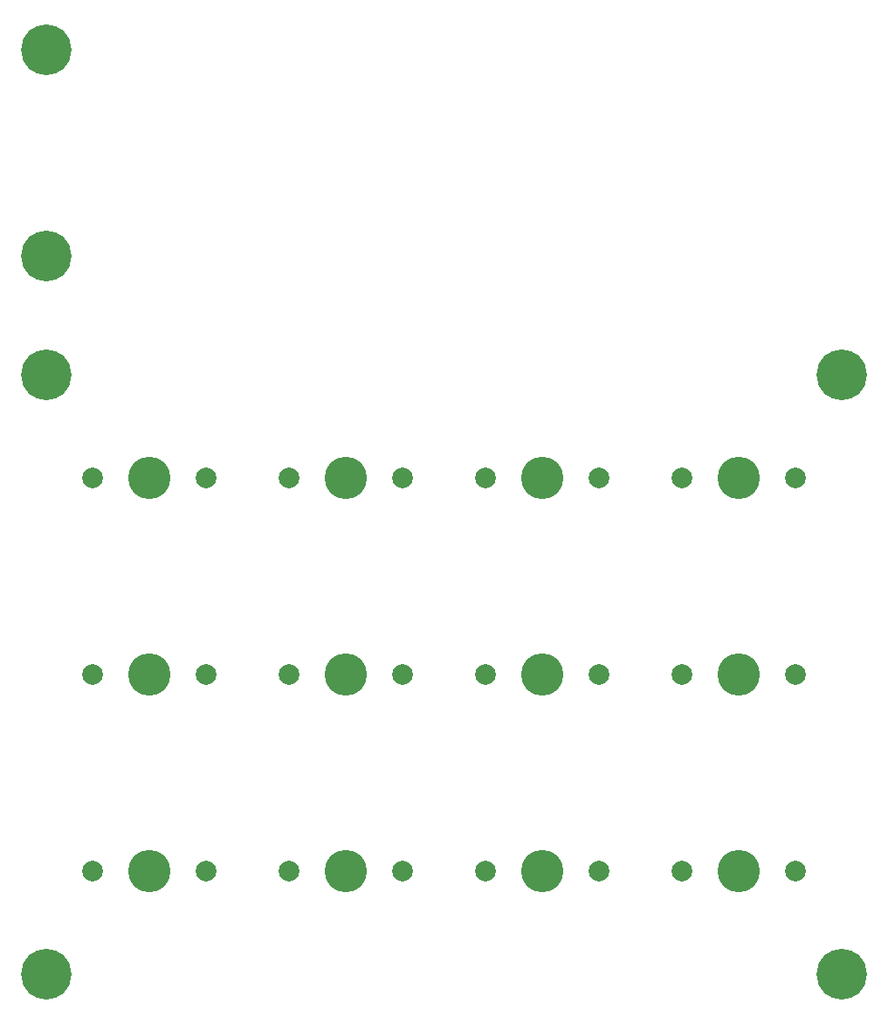
<source format=gts>
G04 #@! TF.GenerationSoftware,KiCad,Pcbnew,5.1.6*
G04 #@! TF.CreationDate,2020-06-26T00:36:41+09:00*
G04 #@! TF.ProjectId,firststep12,66697273-7473-4746-9570-31322e6b6963,rev?*
G04 #@! TF.SameCoordinates,Original*
G04 #@! TF.FileFunction,Soldermask,Top*
G04 #@! TF.FilePolarity,Negative*
%FSLAX46Y46*%
G04 Gerber Fmt 4.6, Leading zero omitted, Abs format (unit mm)*
G04 Created by KiCad (PCBNEW 5.1.6) date 2020-06-26 00:36:41*
%MOMM*%
%LPD*%
G01*
G04 APERTURE LIST*
%ADD10C,4.900000*%
%ADD11C,4.100000*%
%ADD12C,2.000000*%
G04 APERTURE END LIST*
D10*
G04 #@! TO.C,H2*
X83090000Y-67465000D03*
G04 #@! TD*
G04 #@! TO.C,H1*
X83090000Y-47465000D03*
G04 #@! TD*
G04 #@! TO.C,H4*
X160240000Y-78965000D03*
G04 #@! TD*
G04 #@! TO.C,H3*
X83090000Y-78965000D03*
G04 #@! TD*
G04 #@! TO.C,H6*
X160240000Y-137065000D03*
G04 #@! TD*
G04 #@! TO.C,H5*
X83090000Y-137065000D03*
G04 #@! TD*
D11*
G04 #@! TO.C,SW1*
X93090000Y-88965000D03*
D12*
X87590000Y-88965000D03*
X98590000Y-88965000D03*
G04 #@! TD*
G04 #@! TO.C,SW2*
X117640000Y-88965000D03*
X106640000Y-88965000D03*
D11*
X112140000Y-88965000D03*
G04 #@! TD*
G04 #@! TO.C,SW3*
X131190000Y-88965000D03*
D12*
X125690000Y-88965000D03*
X136690000Y-88965000D03*
G04 #@! TD*
G04 #@! TO.C,SW4*
X155740000Y-88965000D03*
X144740000Y-88965000D03*
D11*
X150240000Y-88965000D03*
G04 #@! TD*
D12*
G04 #@! TO.C,SW5*
X98590000Y-108015000D03*
X87590000Y-108015000D03*
D11*
X93090000Y-108015000D03*
G04 #@! TD*
G04 #@! TO.C,SW6*
X112140000Y-108015000D03*
D12*
X106640000Y-108015000D03*
X117640000Y-108015000D03*
G04 #@! TD*
G04 #@! TO.C,SW7*
X136690000Y-108015000D03*
X125690000Y-108015000D03*
D11*
X131190000Y-108015000D03*
G04 #@! TD*
G04 #@! TO.C,SW8*
X150240000Y-108015000D03*
D12*
X144740000Y-108015000D03*
X155740000Y-108015000D03*
G04 #@! TD*
G04 #@! TO.C,SW9*
X98590000Y-127065000D03*
X87590000Y-127065000D03*
D11*
X93090000Y-127065000D03*
G04 #@! TD*
G04 #@! TO.C,SW10*
X112140000Y-127065000D03*
D12*
X106640000Y-127065000D03*
X117640000Y-127065000D03*
G04 #@! TD*
D11*
G04 #@! TO.C,SW11*
X131190000Y-127065000D03*
D12*
X125690000Y-127065000D03*
X136690000Y-127065000D03*
G04 #@! TD*
G04 #@! TO.C,SW12*
X155740000Y-127065000D03*
X144740000Y-127065000D03*
D11*
X150240000Y-127065000D03*
G04 #@! TD*
M02*

</source>
